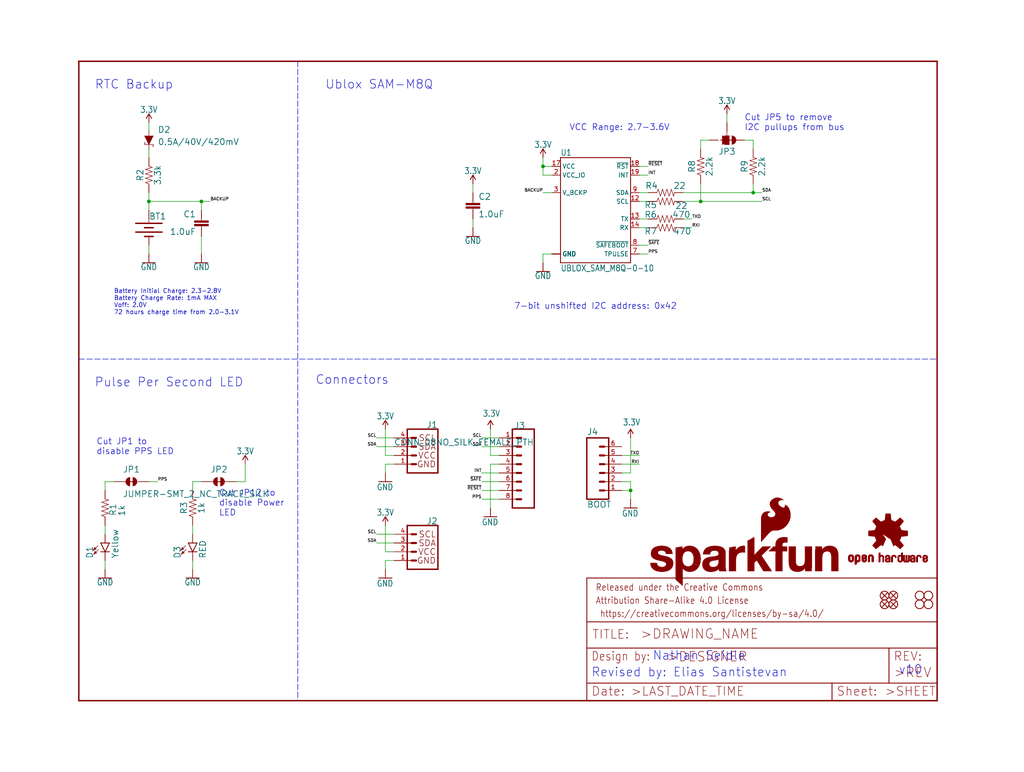
<source format=kicad_sch>
(kicad_sch (version 20211123) (generator eeschema)
  (paper "User" 297.002 223.926)
  (lib_symbols
    (symbol "eagleSchem-eagle-import:1.0UF-0603-16V-10%"
      (property "Reference" "C" (at 1.524 2.921 0))
      (property "Value" "1.0UF-0603-16V-10%" (at 1.524 -2.159 0))
      (symbol "1.0UF-0603-16V-10%_1_0"
        (pin passive line (at 0 5.08 270) (length 2.54) (name "1") (number "1"))
        (pin passive line (at 0 -2.54 90) (length 2.54) (name "2") (number "2"))
      )
    )
    (symbol "eagleSchem-eagle-import:1KOHM-0603-1{slash}10W-1%"
      (property "Reference" "R" (at 0 1.524 0))
      (property "Value" "1KOHM-0603-1{slash}10W-1%" (at 0 -1.524 0))
      (symbol "1KOHM-0603-1{slash}10W-1%_1_0"
        (pin passive line (at -5.08 0 0) (length 2.54) (name "1") (number "1"))
        (pin passive line (at 5.08 0 180) (length 2.54) (name "2") (number "2"))
      )
    )
    (symbol "eagleSchem-eagle-import:2.2KOHM-0603-1{slash}10W-1%"
      (property "Reference" "R" (at 0 1.524 0))
      (property "Value" "2.2KOHM-0603-1{slash}10W-1%" (at 0 -1.524 0))
      (symbol "2.2KOHM-0603-1{slash}10W-1%_1_0"
        (pin passive line (at -5.08 0 0) (length 2.54) (name "1") (number "1"))
        (pin passive line (at 5.08 0 180) (length 2.54) (name "2") (number "2"))
      )
    )
    (symbol "eagleSchem-eagle-import:22OHM-0603-1{slash}10W-1%"
      (property "Reference" "R" (at 0 1.524 0))
      (property "Value" "22OHM-0603-1{slash}10W-1%" (at 0 -1.524 0))
      (symbol "22OHM-0603-1{slash}10W-1%_1_0"
        (pin passive line (at -5.08 0 0) (length 2.54) (name "1") (number "1"))
        (pin passive line (at 5.08 0 180) (length 2.54) (name "2") (number "2"))
      )
    )
    (symbol "eagleSchem-eagle-import:3.3KOHM-0603-1{slash}10W-1%"
      (property "Reference" "R" (at 0 1.524 0))
      (property "Value" "3.3KOHM-0603-1{slash}10W-1%" (at 0 -1.524 0))
      (symbol "3.3KOHM-0603-1{slash}10W-1%_1_0"
        (pin passive line (at -5.08 0 0) (length 2.54) (name "1") (number "1"))
        (pin passive line (at 5.08 0 180) (length 2.54) (name "2") (number "2"))
      )
    )
    (symbol "eagleSchem-eagle-import:3.3V" (power)
      (property "Value" "3.3V" (at 0 2.794 0))
      (symbol "3.3V_1_0"
        (pin power_in line (at 0 0 90) (length 2.54) (name "3.3V") (number "1"))
      )
    )
    (symbol "eagleSchem-eagle-import:470OHM-0603-1{slash}10W-1%"
      (property "Reference" "R" (at 0 1.524 0))
      (property "Value" "470OHM-0603-1{slash}10W-1%" (at 0 -1.524 0))
      (symbol "470OHM-0603-1{slash}10W-1%_1_0"
        (pin passive line (at -5.08 0 0) (length 2.54) (name "1") (number "1"))
        (pin passive line (at 5.08 0 180) (length 2.54) (name "2") (number "2"))
      )
    )
    (symbol "eagleSchem-eagle-import:CONN_06NO_SILK_NO_POP"
      (property "Reference" "J" (at -5.08 10.668 0))
      (property "Value" "CONN_06NO_SILK_NO_POP" (at -5.08 -9.906 0))
      (symbol "CONN_06NO_SILK_NO_POP_1_0"
        (pin passive line (at 5.08 -5.08 180) (length 5.08) (name "1") (number "1"))
        (pin passive line (at 5.08 -2.54 180) (length 5.08) (name "2") (number "2"))
        (pin passive line (at 5.08 0 180) (length 5.08) (name "3") (number "3"))
        (pin passive line (at 5.08 2.54 180) (length 5.08) (name "4") (number "4"))
        (pin passive line (at 5.08 5.08 180) (length 5.08) (name "5") (number "5"))
        (pin passive line (at 5.08 7.62 180) (length 5.08) (name "6") (number "6"))
      )
    )
    (symbol "eagleSchem-eagle-import:CONN_08NO_SILK_FEMALE_PTH"
      (property "Reference" "J" (at -5.08 13.208 0))
      (property "Value" "CONN_08NO_SILK_FEMALE_PTH" (at -5.08 -12.446 0))
      (symbol "CONN_08NO_SILK_FEMALE_PTH_1_0"
        (pin passive line (at 5.08 -7.62 180) (length 5.08) (name "1") (number "1"))
        (pin passive line (at 5.08 -5.08 180) (length 5.08) (name "2") (number "2"))
        (pin passive line (at 5.08 -2.54 180) (length 5.08) (name "3") (number "3"))
        (pin passive line (at 5.08 0 180) (length 5.08) (name "4") (number "4"))
        (pin passive line (at 5.08 2.54 180) (length 5.08) (name "5") (number "5"))
        (pin passive line (at 5.08 5.08 180) (length 5.08) (name "6") (number "6"))
        (pin passive line (at 5.08 7.62 180) (length 5.08) (name "7") (number "7"))
        (pin passive line (at 5.08 10.16 180) (length 5.08) (name "8") (number "8"))
      )
    )
    (symbol "eagleSchem-eagle-import:DIODE-SCHOTTKY-PMEG4005EJ"
      (property "Reference" "D" (at -2.54 2.032 0))
      (property "Value" "DIODE-SCHOTTKY-PMEG4005EJ" (at -2.54 -2.032 0))
      (symbol "DIODE-SCHOTTKY-PMEG4005EJ_1_0"
        (pin passive line (at -2.54 0 0) (length 0) (name "A") (number "A"))
        (pin passive line (at 2.54 0 180) (length 0) (name "C") (number "C"))
      )
    )
    (symbol "eagleSchem-eagle-import:FIDUCIALUFIDUCIAL")
    (symbol "eagleSchem-eagle-import:FRAME-LETTER"
      (symbol "FRAME-LETTER_2_0"
        (text " https://creativecommons.org/licenses/by-sa/4.0/" (at 2.54 24.13 0) (effects (font (size 1.9304 1.6408)) (justify left bottom)))
        (text ">DESIGNER" (at 23.114 11.176 0) (effects (font (size 2.7432 2.7432)) (justify left bottom)))
        (text ">DRAWING_NAME" (at 15.494 17.78 0) (effects (font (size 2.7432 2.7432)) (justify left bottom)))
        (text ">LAST_DATE_TIME" (at 12.7 1.27 0) (effects (font (size 2.54 2.54)) (justify left bottom)))
        (text ">REV" (at 88.9 6.604 0) (effects (font (size 2.7432 2.7432)) (justify left bottom)))
        (text ">SHEET" (at 86.36 1.27 0) (effects (font (size 2.54 2.54)) (justify left bottom)))
        (text "Attribution Share-Alike 4.0 License" (at 2.54 27.94 0) (effects (font (size 1.9304 1.6408)) (justify left bottom)))
        (text "Date:" (at 1.27 1.27 0) (effects (font (size 2.54 2.54)) (justify left bottom)))
        (text "Design by:" (at 1.27 11.43 0) (effects (font (size 2.54 2.159)) (justify left bottom)))
        (text "Released under the Creative Commons" (at 2.54 31.75 0) (effects (font (size 1.9304 1.6408)) (justify left bottom)))
        (text "REV:" (at 88.9 11.43 0) (effects (font (size 2.54 2.54)) (justify left bottom)))
        (text "Sheet:" (at 72.39 1.27 0) (effects (font (size 2.54 2.54)) (justify left bottom)))
        (text "TITLE:" (at 1.524 17.78 0) (effects (font (size 2.54 2.54)) (justify left bottom)))
      )
    )
    (symbol "eagleSchem-eagle-import:GND" (power)
      (property "Value" "GND" (at 0 -0.254 0))
      (symbol "GND_1_0"
        (pin power_in line (at 0 2.54 270) (length 2.54) (name "GND") (number "1"))
      )
    )
    (symbol "eagleSchem-eagle-import:I2C_STANDARDQWIIC"
      (property "Reference" "J" (at -5.08 7.874 0))
      (property "Value" "I2C_STANDARDQWIIC" (at -5.08 -5.334 0))
      (symbol "I2C_STANDARDQWIIC_1_0"
        (text "GND" (at -4.572 -2.54 0) (effects (font (size 1.778 1.778)) (justify left)))
        (text "SCL" (at -4.572 5.08 0) (effects (font (size 1.778 1.778)) (justify left)))
        (text "SDA" (at -4.572 2.54 0) (effects (font (size 1.778 1.778)) (justify left)))
        (text "VCC" (at -4.572 0 0) (effects (font (size 1.778 1.778)) (justify left)))
        (pin power_in line (at 7.62 -2.54 180) (length 5.08) (name "1") (number "1"))
        (pin power_in line (at 7.62 0 180) (length 5.08) (name "2") (number "2"))
        (pin passive line (at 7.62 2.54 180) (length 5.08) (name "3") (number "3"))
        (pin passive line (at 7.62 5.08 180) (length 5.08) (name "4") (number "4"))
      )
    )
    (symbol "eagleSchem-eagle-import:JUMPER-SMT_2_NC_TRACE_SILK"
      (property "Reference" "JP" (at -2.54 2.54 0))
      (property "Value" "JUMPER-SMT_2_NC_TRACE_SILK" (at -2.54 -2.54 0))
      (symbol "JUMPER-SMT_2_NC_TRACE_SILK_1_0"
        (pin passive line (at -5.08 0 0) (length 2.54) (name "1") (number "1"))
        (pin passive line (at 5.08 0 180) (length 2.54) (name "2") (number "2"))
      )
    )
    (symbol "eagleSchem-eagle-import:JUMPER-SMT_3_2-NC_TRACE_SILK"
      (property "Reference" "JP" (at 2.54 0.381 0))
      (property "Value" "JUMPER-SMT_3_2-NC_TRACE_SILK" (at 2.54 -0.381 0))
      (symbol "JUMPER-SMT_3_2-NC_TRACE_SILK_1_0"
        (pin passive line (at 0 5.08 270) (length 2.54) (name "1") (number "1"))
        (pin passive line (at -5.08 0 0) (length 2.54) (name "2") (number "2"))
        (pin passive line (at 0 -5.08 90) (length 2.54) (name "3") (number "3"))
      )
    )
    (symbol "eagleSchem-eagle-import:LED-RED0603"
      (property "Reference" "D" (at -3.429 -4.572 90))
      (property "Value" "LED-RED0603" (at 1.905 -4.572 90))
      (symbol "LED-RED0603_1_0"
        (pin passive line (at 0 2.54 270) (length 2.54) (name "A") (number "A"))
        (pin passive line (at 0 -5.08 90) (length 2.54) (name "C") (number "C"))
      )
    )
    (symbol "eagleSchem-eagle-import:LED-YELLOW0603"
      (property "Reference" "D" (at -3.429 -4.572 90))
      (property "Value" "LED-YELLOW0603" (at 1.905 -4.572 90))
      (symbol "LED-YELLOW0603_1_0"
        (pin passive line (at 0 2.54 270) (length 2.54) (name "A") (number "A"))
        (pin passive line (at 0 -5.08 90) (length 2.54) (name "C") (number "C"))
      )
    )
    (symbol "eagleSchem-eagle-import:ML414H_IV01E_BATTERY"
      (property "Reference" "BT" (at 0 4.318 0))
      (property "Value" "ML414H_IV01E_BATTERY" (at 0 -4.318 0))
      (symbol "ML414H_IV01E_BATTERY_1_0"
        (pin power_in line (at -5.08 0 0) (length 2.54) (name "+") (number "+"))
        (pin power_in line (at 5.08 0 180) (length 2.54) (name "-") (number "-"))
      )
    )
    (symbol "eagleSchem-eagle-import:OSHW-LOGOM")
    (symbol "eagleSchem-eagle-import:SFE_LOGO_NAME_FLAME.2_INCH")
    (symbol "eagleSchem-eagle-import:STAND-OFF")
    (symbol "eagleSchem-eagle-import:UBLOX_SAM_M8Q-0-10"
      (property "Reference" "U" (at -10.16 15.748 0))
      (property "Value" "UBLOX_SAM_M8Q-0-10" (at -10.16 -17.78 0))
      (symbol "UBLOX_SAM_M8Q-0-10_1_0"
        (pin bidirectional line (at -12.7 -12.7 0) (length 2.54) (name "GND") (number "1"))
        (pin bidirectional line (at -12.7 -12.7 0) (length 2.54) (name "GND") (number "10"))
        (pin bidirectional line (at -12.7 -12.7 0) (length 2.54) (name "GND") (number "11"))
        (pin bidirectional line (at 12.7 2.54 180) (length 2.54) (name "SCL") (number "12"))
        (pin bidirectional line (at 12.7 -2.54 180) (length 2.54) (name "TX") (number "13"))
        (pin bidirectional line (at 12.7 -5.08 180) (length 2.54) (name "RX") (number "14"))
        (pin bidirectional line (at -12.7 -12.7 0) (length 2.54) (name "GND") (number "15"))
        (pin bidirectional line (at -12.7 -12.7 0) (length 2.54) (name "GND") (number "16"))
        (pin bidirectional line (at -12.7 12.7 0) (length 2.54) (name "VCC") (number "17"))
        (pin bidirectional line (at 12.7 12.7 180) (length 2.54) (name "~{RST}") (number "18"))
        (pin bidirectional line (at 12.7 10.16 180) (length 2.54) (name "INT") (number "19"))
        (pin bidirectional line (at -12.7 10.16 0) (length 2.54) (name "VCC_IO") (number "2"))
        (pin bidirectional line (at -12.7 -12.7 0) (length 2.54) (name "GND") (number "20"))
        (pin bidirectional line (at -12.7 5.08 0) (length 2.54) (name "V_BCKP") (number "3"))
        (pin bidirectional line (at -12.7 -12.7 0) (length 2.54) (name "GND") (number "4"))
        (pin bidirectional line (at -12.7 -12.7 0) (length 2.54) (name "GND") (number "5"))
        (pin bidirectional line (at -12.7 -12.7 0) (length 2.54) (name "GND") (number "6"))
        (pin bidirectional line (at 12.7 -12.7 180) (length 2.54) (name "TPULSE") (number "7"))
        (pin bidirectional line (at 12.7 -10.16 180) (length 2.54) (name "~{SAFEBOOT}") (number "8"))
        (pin bidirectional line (at 12.7 5.08 180) (length 2.54) (name "SDA") (number "9"))
      )
    )
  )
  (junction (at 58.42 58.42))
  (junction (at 43.18 58.42))
  (junction (at 182.88 142.24))
  (junction (at 157.48 48.26))
  (junction (at 218.44 55.88))
  (junction (at 203.2 58.42))
  (wire (pts (xy 144.78 129.54) (xy 139.7 129.54)))
  (wire (pts (xy 43.18 43.18) (xy 43.18 45.72)))
  (wire (pts (xy 114.3 154.94) (xy 109.22 154.94)))
  (wire (pts (xy 58.42 58.42) (xy 43.18 58.42)))
  (wire (pts (xy 218.44 43.18) (xy 218.44 40.64)))
  (wire (pts (xy 43.18 35.56) (xy 43.18 38.1)))
  (wire (pts (xy 180.34 139.7) (xy 182.88 139.7)))
  (wire (pts (xy 30.48 152.4) (xy 30.48 154.94)))
  (wire (pts (xy 33.02 139.7) (xy 30.48 139.7)))
  (wire (pts (xy 198.12 63.5) (xy 200.66 63.5)))
  (wire (pts (xy 144.78 134.62) (xy 142.24 134.62)))
  (wire (pts (xy 218.44 55.88) (xy 220.98 55.88)))
  (wire (pts (xy 180.34 134.62) (xy 185.42 134.62)))
  (wire (pts (xy 157.48 45.72) (xy 157.48 48.26)))
  (wire (pts (xy 187.96 58.42) (xy 185.42 58.42)))
  (wire (pts (xy 55.88 139.7) (xy 58.42 139.7)))
  (wire (pts (xy 114.3 162.56) (xy 111.76 162.56)))
  (wire (pts (xy 198.12 66.04) (xy 200.66 66.04)))
  (wire (pts (xy 180.34 142.24) (xy 182.88 142.24)))
  (wire (pts (xy 55.88 142.24) (xy 55.88 139.7)))
  (wire (pts (xy 142.24 134.62) (xy 142.24 147.32)))
  (wire (pts (xy 114.3 129.54) (xy 109.22 129.54)))
  (wire (pts (xy 144.78 127) (xy 139.7 127)))
  (wire (pts (xy 185.42 50.8) (xy 187.96 50.8)))
  (wire (pts (xy 43.18 139.7) (xy 45.72 139.7)))
  (wire (pts (xy 43.18 71.12) (xy 43.18 73.66)))
  (wire (pts (xy 144.78 132.08) (xy 142.24 132.08)))
  (wire (pts (xy 30.48 139.7) (xy 30.48 142.24)))
  (wire (pts (xy 185.42 71.12) (xy 187.96 71.12)))
  (wire (pts (xy 114.3 160.02) (xy 111.76 160.02)))
  (wire (pts (xy 218.44 53.34) (xy 218.44 55.88)))
  (wire (pts (xy 180.34 137.16) (xy 182.88 137.16)))
  (wire (pts (xy 144.78 144.78) (xy 139.7 144.78)))
  (wire (pts (xy 58.42 58.42) (xy 60.96 58.42)))
  (wire (pts (xy 144.78 142.24) (xy 139.7 142.24)))
  (wire (pts (xy 218.44 40.64) (xy 215.9 40.64)))
  (wire (pts (xy 203.2 58.42) (xy 220.98 58.42)))
  (wire (pts (xy 182.88 142.24) (xy 182.88 144.78)))
  (wire (pts (xy 157.48 50.8) (xy 157.48 48.26)))
  (wire (pts (xy 114.3 132.08) (xy 111.76 132.08)))
  (wire (pts (xy 157.48 48.26) (xy 160.02 48.26)))
  (wire (pts (xy 160.02 50.8) (xy 157.48 50.8)))
  (wire (pts (xy 58.42 58.42) (xy 58.42 60.96)))
  (wire (pts (xy 55.88 154.94) (xy 55.88 152.4)))
  (wire (pts (xy 43.18 58.42) (xy 43.18 60.96)))
  (wire (pts (xy 185.42 63.5) (xy 187.96 63.5)))
  (wire (pts (xy 157.48 73.66) (xy 157.48 76.2)))
  (wire (pts (xy 160.02 55.88) (xy 157.48 55.88)))
  (wire (pts (xy 111.76 162.56) (xy 111.76 165.1)))
  (wire (pts (xy 30.48 162.56) (xy 30.48 165.1)))
  (polyline (pts (xy 86.36 17.78) (xy 86.36 203.2)))
  (wire (pts (xy 182.88 137.16) (xy 182.88 127)))
  (wire (pts (xy 185.42 48.26) (xy 187.96 48.26)))
  (wire (pts (xy 111.76 132.08) (xy 111.76 124.46)))
  (wire (pts (xy 198.12 58.42) (xy 203.2 58.42)))
  (wire (pts (xy 68.58 139.7) (xy 71.12 139.7)))
  (wire (pts (xy 182.88 139.7) (xy 182.88 142.24)))
  (wire (pts (xy 203.2 40.64) (xy 205.74 40.64)))
  (wire (pts (xy 185.42 66.04) (xy 187.96 66.04)))
  (wire (pts (xy 111.76 160.02) (xy 111.76 152.4)))
  (polyline (pts (xy 22.86 104.14) (xy 271.78 104.14)))
  (wire (pts (xy 137.16 53.34) (xy 137.16 55.88)))
  (wire (pts (xy 144.78 139.7) (xy 139.7 139.7)))
  (wire (pts (xy 114.3 127) (xy 109.22 127)))
  (wire (pts (xy 203.2 43.18) (xy 203.2 40.64)))
  (wire (pts (xy 180.34 132.08) (xy 185.42 132.08)))
  (wire (pts (xy 111.76 134.62) (xy 111.76 137.16)))
  (wire (pts (xy 187.96 55.88) (xy 185.42 55.88)))
  (wire (pts (xy 142.24 132.08) (xy 142.24 124.46)))
  (wire (pts (xy 114.3 134.62) (xy 111.76 134.62)))
  (wire (pts (xy 43.18 55.88) (xy 43.18 58.42)))
  (wire (pts (xy 71.12 139.7) (xy 71.12 134.62)))
  (wire (pts (xy 144.78 137.16) (xy 139.7 137.16)))
  (wire (pts (xy 137.16 66.04) (xy 137.16 63.5)))
  (wire (pts (xy 210.82 33.02) (xy 210.82 35.56)))
  (wire (pts (xy 198.12 55.88) (xy 218.44 55.88)))
  (wire (pts (xy 203.2 53.34) (xy 203.2 58.42)))
  (wire (pts (xy 55.88 165.1) (xy 55.88 162.56)))
  (wire (pts (xy 160.02 73.66) (xy 157.48 73.66)))
  (wire (pts (xy 185.42 73.66) (xy 187.96 73.66)))
  (wire (pts (xy 114.3 157.48) (xy 109.22 157.48)))
  (wire (pts (xy 58.42 68.58) (xy 58.42 73.66)))
  (text "Connectors" (at 91.44 111.76 180) (effects (font (size 2.54 2.54)) (justify left bottom)))
  (text "Battery Initial Charge: 2.3-2.8V\nBattery Charge Rate: 1mA MAX\nVoff: 2.0V\n72 hours charge time from 2.0-3.1V" (at 33.02 91.44 0) (effects (font (size 1.27 1.27)) (justify left bottom)))
  (text "Ublox SAM-M8Q" (at 109.982 24.638 180) (effects (font (size 2.54 2.54))))
  (text "Cut JP1 to\ndisable PPS LED" (at 27.94 132.08 180) (effects (font (size 1.778 1.778)) (justify left bottom)))
  (text "Cut JP5 to remove\nI2C pullups from bus" (at 215.9 38.1 180) (effects (font (size 1.778 1.778)) (justify left bottom)))
  (text "VCC Range: 2.7-3.6V" (at 165.1 38.1 180) (effects (font (size 1.778 1.778)) (justify left bottom)))
  (text "7-bit unshifted I2C address: 0x42" (at 172.72 88.9 180) (effects (font (size 1.778 1.778))))
  (text "RTC Backup" (at 38.862 24.638 180) (effects (font (size 2.54 2.54))))
  (text "v10" (at 260.604 195.834 180) (effects (font (size 2.54 2.54)) (justify left bottom)))
  (text "Pulse Per Second LED" (at 49.022 110.998 180) (effects (font (size 2.54 2.54))))
  (text "Nathan Seidle" (at 189.23 191.77 180) (effects (font (size 2.54 2.54)) (justify left bottom)))
  (text "Cut JP12 to\ndisable Power\nLED" (at 63.5 149.86 180) (effects (font (size 1.778 1.778)) (justify left bottom)))
  (text "Revised by: Elias Santistevan" (at 171.45 196.596 180) (effects (font (size 2.54 2.54)) (justify left bottom)))
  (label "RXI" (at 185.42 134.62 180) (effects (font (size 0.889 0.889))))
  (label "SDA" (at 139.7 129.54 180) (effects (font (size 0.889 0.889))))
  (label "SDA" (at 109.22 129.54 180) (effects (font (size 0.889 0.889))))
  (label "~{SAFE}" (at 187.96 71.12 0) (effects (font (size 0.889 0.889))))
  (label "TXO" (at 200.66 63.5 0) (effects (font (size 0.889 0.889))))
  (label "BACKUP" (at 60.96 58.42 0) (effects (font (size 0.889 0.889))))
  (label "TXO" (at 185.42 132.08 180) (effects (font (size 0.889 0.889))))
  (label "~{SAFE}" (at 139.7 139.7 180) (effects (font (size 0.889 0.889))))
  (label "INT" (at 139.7 137.16 180) (effects (font (size 0.889 0.889))))
  (label "SDA" (at 109.22 157.48 180) (effects (font (size 0.889 0.889))))
  (label "RXI" (at 200.66 66.04 0) (effects (font (size 0.889 0.889))))
  (label "INT" (at 187.96 50.8 0) (effects (font (size 0.889 0.889))))
  (label "~{RESET}" (at 139.7 142.24 180) (effects (font (size 0.889 0.889))))
  (label "PPS" (at 187.96 73.66 0) (effects (font (size 0.889 0.889))))
  (label "~{RESET}" (at 187.96 48.26 0) (effects (font (size 0.889 0.889))))
  (label "SCL" (at 139.7 127 180) (effects (font (size 0.889 0.889))))
  (label "SDA" (at 220.98 55.88 0) (effects (font (size 0.889 0.889))))
  (label "SCL" (at 109.22 154.94 180) (effects (font (size 0.889 0.889))))
  (label "PPS" (at 139.7 144.78 180) (effects (font (size 0.889 0.889))))
  (label "SCL" (at 220.98 58.42 0) (effects (font (size 0.889 0.889))))
  (label "SCL" (at 109.22 127 180) (effects (font (size 0.889 0.889))))
  (label "BACKUP" (at 157.48 55.88 180) (effects (font (size 0.889 0.889))))
  (label "PPS" (at 45.72 139.7 0) (effects (font (size 0.889 0.889))))
  (symbol (lib_id "eagleSchem-eagle-import:22OHM-0603-1{slash}10W-1%") (at 193.04 55.88 0) (unit 1)
    (property "Reference" "R4" (at 188.976 54.864 0) (effects (font (size 1.778 1.778)) (justify bottom)))
    (property "Value" "22" (at 197.104 54.864 0) (effects (font (size 1.778 1.778)) (justify bottom)))
    (property "Footprint" "eagleSchem:0603" (effects hide))
  )
  (symbol (lib_id "eagleSchem-eagle-import:JUMPER-SMT_2_NC_TRACE_SILK") (at 63.5 139.7 0) (unit 1)
    (property "Reference" "JP2" (at 60.96 137.16 0) (effects (font (size 1.778 1.778)) (justify left bottom)))
    (property "Value" "JUMPER-SMT_2_NC_TRACE_SILK" (effects hide))
    (property "Footprint" "eagleSchem:SMT-JUMPER_2_NC_TRACE_SILK" (effects hide))
  )
  (symbol (lib_id "eagleSchem-eagle-import:2.2KOHM-0603-1{slash}10W-1%") (at 203.2 48.26 90) (unit 1)
    (property "Reference" "R8" (at 201.676 48.26 0) (effects (font (size 1.778 1.778)) (justify bottom)))
    (property "Value" "2.2k" (at 204.724 48.26 0) (effects (font (size 1.778 1.778)) (justify top)))
    (property "Footprint" "eagleSchem:0603" (effects hide))
  )
  (symbol (lib_id "eagleSchem-eagle-import:3.3V") (at 210.82 33.02 0) (unit 1)
    (property "Reference" "#SUPPLY9" (effects hide))
    (property "Value" "3.3V" (at 210.82 30.226 0) (effects (font (size 1.778 1.5113)) (justify bottom)))
    (property "Footprint" "eagleSchem:" (effects hide))
  )
  (symbol (lib_id "eagleSchem-eagle-import:3.3V") (at 43.18 35.56 0) (unit 1)
    (property "Reference" "#SUPPLY1" (effects hide))
    (property "Value" "3.3V" (at 43.18 32.766 0) (effects (font (size 1.778 1.5113)) (justify bottom)))
    (property "Footprint" "eagleSchem:" (effects hide))
  )
  (symbol (lib_id "eagleSchem-eagle-import:1.0UF-0603-16V-10%") (at 137.16 60.96 0) (unit 1)
    (property "Reference" "C2" (at 138.684 58.039 0) (effects (font (size 1.778 1.778)) (justify left bottom)))
    (property "Value" "1.0uF" (at 138.684 63.119 0) (effects (font (size 1.778 1.778)) (justify left bottom)))
    (property "Footprint" "eagleSchem:0603" (effects hide))
  )
  (symbol (lib_id "eagleSchem-eagle-import:STAND-OFF") (at 269.24 172.72 0) (unit 1)
    (property "Reference" "H3" (effects hide))
    (property "Value" "STAND-OFF" (effects hide))
    (property "Footprint" "eagleSchem:STAND-OFF" (effects hide))
  )
  (symbol (lib_id "eagleSchem-eagle-import:GND") (at 157.48 78.74 0) (unit 1)
    (property "Reference" "#GND9" (effects hide))
    (property "Value" "GND" (at 157.48 78.994 0) (effects (font (size 1.778 1.5113)) (justify top)))
    (property "Footprint" "eagleSchem:" (effects hide))
  )
  (symbol (lib_id "eagleSchem-eagle-import:GND") (at 43.18 76.2 0) (unit 1)
    (property "Reference" "#GND2" (effects hide))
    (property "Value" "GND" (at 43.18 76.454 0) (effects (font (size 1.778 1.5113)) (justify top)))
    (property "Footprint" "eagleSchem:" (effects hide))
  )
  (symbol (lib_id "eagleSchem-eagle-import:3.3V") (at 111.76 124.46 0) (unit 1)
    (property "Reference" "#SUPPLY3" (effects hide))
    (property "Value" "3.3V" (at 111.76 121.666 0) (effects (font (size 1.778 1.5113)) (justify bottom)))
    (property "Footprint" "eagleSchem:" (effects hide))
  )
  (symbol (lib_id "eagleSchem-eagle-import:FIDUCIALUFIDUCIAL") (at 259.08 172.72 0) (unit 1)
    (property "Reference" "FD3" (effects hide))
    (property "Value" "FIDUCIALUFIDUCIAL" (effects hide))
    (property "Footprint" "eagleSchem:FIDUCIAL-MICRO" (effects hide))
  )
  (symbol (lib_id "eagleSchem-eagle-import:GND") (at 30.48 167.64 0) (unit 1)
    (property "Reference" "#GND1" (effects hide))
    (property "Value" "GND" (at 30.48 167.894 0) (effects (font (size 1.778 1.5113)) (justify top)))
    (property "Footprint" "eagleSchem:" (effects hide))
  )
  (symbol (lib_id "eagleSchem-eagle-import:1KOHM-0603-1{slash}10W-1%") (at 30.48 147.32 90) (unit 1)
    (property "Reference" "R1" (at 33.782 147.828 0) (effects (font (size 1.778 1.778)) (justify bottom)))
    (property "Value" "1k" (at 36.322 148.082 0) (effects (font (size 1.778 1.778)) (justify bottom)))
    (property "Footprint" "eagleSchem:0603" (effects hide))
  )
  (symbol (lib_id "eagleSchem-eagle-import:I2C_STANDARDQWIIC") (at 121.92 160.02 0) (mirror y) (unit 1)
    (property "Reference" "J2" (at 127 152.146 0) (effects (font (size 1.778 1.778)) (justify left bottom)))
    (property "Value" "Qwiic Right Angle" (effects hide))
    (property "Footprint" "eagleSchem:JST04_1MM_RA" (effects hide))
  )
  (symbol (lib_id "eagleSchem-eagle-import:3.3V") (at 137.16 53.34 0) (mirror y) (unit 1)
    (property "Reference" "#SUPPLY5" (effects hide))
    (property "Value" "3.3V" (at 137.16 50.546 0) (effects (font (size 1.778 1.5113)) (justify bottom)))
    (property "Footprint" "eagleSchem:" (effects hide))
  )
  (symbol (lib_id "eagleSchem-eagle-import:3.3V") (at 182.88 127 0) (unit 1)
    (property "Reference" "#SUPPLY8" (effects hide))
    (property "Value" "3.3V" (at 180.594 123.444 0) (effects (font (size 1.778 1.5113)) (justify left bottom)))
    (property "Footprint" "eagleSchem:" (effects hide))
  )
  (symbol (lib_id "eagleSchem-eagle-import:LED-YELLOW0603") (at 30.48 157.48 0) (unit 1)
    (property "Reference" "D1" (at 27.051 162.052 90) (effects (font (size 1.778 1.778)) (justify left bottom)))
    (property "Value" "Yellow" (at 32.385 162.052 90) (effects (font (size 1.778 1.778)) (justify left top)))
    (property "Footprint" "eagleSchem:LED-0603" (effects hide))
  )
  (symbol (lib_id "eagleSchem-eagle-import:I2C_STANDARDQWIIC") (at 121.92 132.08 0) (mirror y) (unit 1)
    (property "Reference" "J1" (at 127 124.206 0) (effects (font (size 1.778 1.778)) (justify left bottom)))
    (property "Value" "Qwiic Right Angle" (effects hide))
    (property "Footprint" "eagleSchem:JST04_1MM_RA" (effects hide))
  )
  (symbol (lib_id "eagleSchem-eagle-import:STAND-OFF") (at 266.7 175.26 0) (unit 1)
    (property "Reference" "H2" (effects hide))
    (property "Value" "STAND-OFF" (effects hide))
    (property "Footprint" "eagleSchem:STAND-OFF" (effects hide))
  )
  (symbol (lib_id "eagleSchem-eagle-import:FIDUCIALUFIDUCIAL") (at 256.54 172.72 270) (unit 1)
    (property "Reference" "FD1" (effects hide))
    (property "Value" "FIDUCIALUFIDUCIAL" (effects hide))
    (property "Footprint" "eagleSchem:FIDUCIAL-MICRO" (effects hide))
  )
  (symbol (lib_id "eagleSchem-eagle-import:JUMPER-SMT_3_2-NC_TRACE_SILK") (at 210.82 40.64 270) (unit 1)
    (property "Reference" "JP3" (at 208.28 44.958 90) (effects (font (size 1.778 1.778)) (justify left bottom)))
    (property "Value" "JUMPER-SMT_3_2-NC_TRACE_SILK" (effects hide))
    (property "Footprint" "eagleSchem:SMT-JUMPER_3_2-NC_TRACE_SILK" (effects hide))
  )
  (symbol (lib_id "eagleSchem-eagle-import:2.2KOHM-0603-1{slash}10W-1%") (at 218.44 48.26 90) (unit 1)
    (property "Reference" "R9" (at 216.916 48.26 0) (effects (font (size 1.778 1.778)) (justify bottom)))
    (property "Value" "2.2k" (at 219.964 48.26 0) (effects (font (size 1.778 1.778)) (justify top)))
    (property "Footprint" "eagleSchem:0603" (effects hide))
  )
  (symbol (lib_id "eagleSchem-eagle-import:LED-RED0603") (at 55.88 157.48 0) (unit 1)
    (property "Reference" "D3" (at 52.451 162.052 90) (effects (font (size 1.778 1.778)) (justify left bottom)))
    (property "Value" "RED" (at 57.785 162.052 90) (effects (font (size 1.778 1.778)) (justify left top)))
    (property "Footprint" "eagleSchem:LED-0603" (effects hide))
  )
  (symbol (lib_id "eagleSchem-eagle-import:22OHM-0603-1{slash}10W-1%") (at 193.04 58.42 0) (unit 1)
    (property "Reference" "R5" (at 188.722 60.452 0) (effects (font (size 1.778 1.778)) (justify bottom)))
    (property "Value" "22" (at 197.612 60.706 0) (effects (font (size 1.778 1.778)) (justify bottom)))
    (property "Footprint" "eagleSchem:0603" (effects hide))
  )
  (symbol (lib_id "eagleSchem-eagle-import:FIDUCIALUFIDUCIAL") (at 259.08 175.26 270) (unit 1)
    (property "Reference" "FD4" (effects hide))
    (property "Value" "FIDUCIALUFIDUCIAL" (effects hide))
    (property "Footprint" "eagleSchem:FIDUCIAL-MICRO" (effects hide))
  )
  (symbol (lib_id "eagleSchem-eagle-import:FRAME-LETTER") (at 22.86 203.2 0) (unit 1)
    (property "Reference" "FRAME1" (effects hide))
    (property "Value" "FRAME-LETTER" (effects hide))
    (property "Footprint" "eagleSchem:CREATIVE_COMMONS" (effects hide))
  )
  (symbol (lib_id "eagleSchem-eagle-import:GND") (at 58.42 76.2 0) (unit 1)
    (property "Reference" "#GND4" (effects hide))
    (property "Value" "GND" (at 58.42 76.454 0) (effects (font (size 1.778 1.5113)) (justify top)))
    (property "Footprint" "eagleSchem:" (effects hide))
  )
  (symbol (lib_id "eagleSchem-eagle-import:3.3V") (at 157.48 45.72 0) (mirror y) (unit 1)
    (property "Reference" "#SUPPLY7" (effects hide))
    (property "Value" "3.3V" (at 157.48 42.926 0) (effects (font (size 1.778 1.5113)) (justify bottom)))
    (property "Footprint" "eagleSchem:" (effects hide))
  )
  (symbol (lib_id "eagleSchem-eagle-import:1KOHM-0603-1{slash}10W-1%") (at 55.88 147.32 90) (unit 1)
    (property "Reference" "R3" (at 54.356 147.32 0) (effects (font (size 1.778 1.778)) (justify bottom)))
    (property "Value" "1k" (at 57.404 147.32 0) (effects (font (size 1.778 1.778)) (justify top)))
    (property "Footprint" "eagleSchem:0603" (effects hide))
  )
  (symbol (lib_id "eagleSchem-eagle-import:FIDUCIALUFIDUCIAL") (at 256.54 175.26 270) (unit 1)
    (property "Reference" "FD2" (effects hide))
    (property "Value" "FIDUCIALUFIDUCIAL" (effects hide))
    (property "Footprint" "eagleSchem:FIDUCIAL-MICRO" (effects hide))
  )
  (symbol (lib_id "eagleSchem-eagle-import:STAND-OFF") (at 269.24 175.26 0) (unit 1)
    (property "Reference" "H4" (effects hide))
    (property "Value" "STAND-OFF" (effects hide))
    (property "Footprint" "eagleSchem:STAND-OFF" (effects hide))
  )
  (symbol (lib_id "eagleSchem-eagle-import:GND") (at 137.16 68.58 0) (unit 1)
    (property "Reference" "#GND7" (effects hide))
    (property "Value" "GND" (at 137.16 68.834 0) (effects (font (size 1.778 1.5113)) (justify top)))
    (property "Footprint" "eagleSchem:" (effects hide))
  )
  (symbol (lib_id "eagleSchem-eagle-import:SFE_LOGO_NAME_FLAME.2_INCH") (at 187.96 170.18 0) (unit 1)
    (property "Reference" "LOGO1" (effects hide))
    (property "Value" "SFE_LOGO_NAME_FLAME.2_INCH" (effects hide))
    (property "Footprint" "eagleSchem:SFE_LOGO_NAME_FLAME_.2" (effects hide))
  )
  (symbol (lib_id "eagleSchem-eagle-import:470OHM-0603-1{slash}10W-1%") (at 193.04 63.5 0) (unit 1)
    (property "Reference" "R6" (at 188.722 63.246 0) (effects (font (size 1.778 1.778)) (justify bottom)))
    (property "Value" "470" (at 197.612 63.246 0) (effects (font (size 1.778 1.778)) (justify bottom)))
    (property "Footprint" "eagleSchem:0603" (effects hide))
  )
  (symbol (lib_id "eagleSchem-eagle-import:OSHW-LOGOM") (at 257.556 154.686 0) (unit 1)
    (property "Reference" "LOGO2" (effects hide))
    (property "Value" "OSHW-LOGOM" (effects hide))
    (property "Footprint" "eagleSchem:OSHW-LOGO-M" (effects hide))
  )
  (symbol (lib_id "eagleSchem-eagle-import:JUMPER-SMT_2_NC_TRACE_SILK") (at 38.1 139.7 0) (unit 1)
    (property "Reference" "JP1" (at 35.56 137.16 0) (effects (font (size 1.778 1.778)) (justify left bottom)))
    (property "Value" "JUMPER-SMT_2_NC_TRACE_SILK" (at 35.56 142.24 0) (effects (font (size 1.778 1.778)) (justify left top)))
    (property "Footprint" "eagleSchem:SMT-JUMPER_2_NC_TRACE_SILK" (effects hide))
  )
  (symbol (lib_id "eagleSchem-eagle-import:3.3KOHM-0603-1{slash}10W-1%") (at 43.18 50.8 90) (unit 1)
    (property "Reference" "R2" (at 41.656 50.8 0) (effects (font (size 1.778 1.778)) (justify bottom)))
    (property "Value" "3.3k" (at 44.704 50.8 0) (effects (font (size 1.778 1.778)) (justify top)))
    (property "Footprint" "eagleSchem:0603" (effects hide))
  )
  (symbol (lib_id "eagleSchem-eagle-import:ML414H_IV01E_BATTERY") (at 43.18 66.04 270) (unit 1)
    (property "Reference" "BT1" (at 45.72 63.754 90) (effects (font (size 1.778 1.778)) (justify bottom)))
    (property "Value" "6.8MM_COIN_CELL" (effects hide))
    (property "Footprint" "eagleSchem:ML414H_IV01E" (effects hide))
  )
  (symbol (lib_id "eagleSchem-eagle-import:GND") (at 182.88 147.32 0) (unit 1)
    (property "Reference" "#GND10" (effects hide))
    (property "Value" "GND" (at 180.34 149.86 0) (effects (font (size 1.778 1.5113)) (justify left bottom)))
    (property "Footprint" "eagleSchem:" (effects hide))
  )
  (symbol (lib_id "eagleSchem-eagle-import:3.3V") (at 71.12 134.62 0) (unit 1)
    (property "Reference" "#SUPPLY2" (effects hide))
    (property "Value" "3.3V" (at 71.12 131.826 0) (effects (font (size 1.778 1.5113)) (justify bottom)))
    (property "Footprint" "eagleSchem:" (effects hide))
  )
  (symbol (lib_id "eagleSchem-eagle-import:GND") (at 55.88 167.64 0) (unit 1)
    (property "Reference" "#GND3" (effects hide))
    (property "Value" "GND" (at 55.88 167.894 0) (effects (font (size 1.778 1.5113)) (justify top)))
    (property "Footprint" "eagleSchem:" (effects hide))
  )
  (symbol (lib_id "eagleSchem-eagle-import:STAND-OFF") (at 266.7 172.72 0) (unit 1)
    (property "Reference" "H1" (effects hide))
    (property "Value" "STAND-OFF" (effects hide))
    (property "Footprint" "eagleSchem:STAND-OFF" (effects hide))
  )
  (symbol (lib_id "eagleSchem-eagle-import:GND") (at 142.24 149.86 0) (unit 1)
    (property "Reference" "#GND8" (effects hide))
    (property "Value" "GND" (at 139.7 152.4 0) (effects (font (size 1.778 1.5113)) (justify left bottom)))
    (property "Footprint" "eagleSchem:" (effects hide))
  )
  (symbol (lib_id "eagleSchem-eagle-import:3.3V") (at 142.24 124.46 0) (unit 1)
    (property "Reference" "#SUPPLY6" (effects hide))
    (property "Value" "3.3V" (at 139.954 120.904 0) (effects (font (size 1.778 1.5113)) (justify left bottom)))
    (property "Footprint" "eagleSchem:" (effects hide))
  )
  (symbol (lib_id "eagleSchem-eagle-import:GND") (at 111.76 139.7 0) (unit 1)
    (property "Reference" "#GND5" (effects hide))
    (property "Value" "GND" (at 109.22 142.24 0) (effects (font (size 1.778 1.5113)) (justify left bottom)))
    (property "Footprint" "eagleSchem:" (effects hide))
  )
  (symbol (lib_id "eagleSchem-eagle-import:CONN_06NO_SILK_NO_POP") (at 175.26 137.16 0) (unit 1)
    (property "Reference" "J4" (at 170.18 126.238 0) (effects (font (size 1.778 1.778)) (justify left bottom)))
    (property "Value" "BOOT" (at 170.18 147.32 0) (effects (font (size 1.778 1.778)) (justify left bottom)))
    (property "Footprint" "eagleSchem:1X06_NO_SILK" (effects hide))
  )
  (symbol (lib_id "eagleSchem-eagle-import:470OHM-0603-1{slash}10W-1%") (at 193.04 66.04 0) (unit 1)
    (property "Reference" "R7" (at 188.722 68.072 0) (effects (font (size 1.778 1.778)) (justify bottom)))
    (property "Value" "470" (at 197.866 68.072 0) (effects (font (size 1.778 1.778)) (justify bottom)))
    (property "Footprint" "eagleSchem:0603" (effects hide))
  )
  (symbol (lib_id "eagleSchem-eagle-import:GND") (at 111.76 167.64 0) (unit 1)
    (property "Reference" "#GND6" (effects hide))
    (property "Value" "GND" (at 109.22 170.18 0) (effects (font (size 1.778 1.5113)) (justify left bottom)))
    (property "Footprint" "eagleSchem:" (effects hide))
  )
  (symbol (lib_id "eagleSchem-eagle-import:DIODE-SCHOTTKY-PMEG4005EJ") (at 43.18 40.64 270) (unit 1)
    (property "Reference" "D2" (at 45.72 38.608 90) (effects (font (size 1.778 1.778)) (justify left bottom)))
    (property "Value" "0.5A/40V/420mV" (at 45.72 40.132 90) (effects (font (size 1.778 1.778)) (justify left top)))
    (property "Footprint" "eagleSchem:SOD-323" (effects hide))
  )
  (symbol (lib_id "eagleSchem-eagle-import:CONN_08NO_SILK_FEMALE_PTH") (at 149.86 134.62 180) (unit 1)
    (property "Reference" "J3" (at 152.4 122.428 0) (effects (font (size 1.778 1.778)) (justify left bottom)))
    (property "Value" "CONN_08NO_SILK_FEMALE_PTH" (at 154.94 127.254 0) (effects (font (size 1.778 1.778)) (justify left bottom)))
    (property "Footprint" "eagleSchem:1X08_NO_SILK" (effects hide))
  )
  (symbol (lib_id "eagleSchem-eagle-import:UBLOX_SAM_M8Q-0-10") (at 172.72 60.96 0) (unit 1)
    (property "Reference" "U1" (at 162.56 45.212 0) (effects (font (size 1.778 1.5113)) (justify left bottom)))
    (property "Value" "UBLOX_SAM_M8Q-0-10" (at 162.56 78.74 0) (effects (font (size 1.778 1.5113)) (justify left bottom)))
    (property "Footprint" "eagleSchem:SAM-M8Q" (effects hide))
  )
  (symbol (lib_id "eagleSchem-eagle-import:1.0UF-0603-16V-10%") (at 58.42 66.04 0) (mirror y) (unit 1)
    (property "Reference" "C1" (at 56.896 63.119 0) (effects (font (size 1.778 1.778)) (justify left bottom)))
    (property "Value" "1.0uF" (at 56.896 68.199 0) (effects (font (size 1.778 1.778)) (justify left bottom)))
    (property "Footprint" "eagleSchem:0603" (effects hide))
  )
  (symbol (lib_id "eagleSchem-eagle-import:3.3V") (at 111.76 152.4 0) (unit 1)
    (property "Reference" "#SUPPLY4" (effects hide))
    (property "Value" "3.3V" (at 111.76 149.606 0) (effects (font (size 1.778 1.5113)) (justify bottom)))
    (property "Footprint" "eagleSchem:" (effects hide))
  )
  (symbol (lib_id "eagleSchem-eagle-import:FRAME-LETTER") (at 170.18 203.2 0) (unit 2)
    (property "Reference" "FRAME1" (effects hide))
    (property "Value" "FRAME-LETTER" (effects hide))
    (property "Footprint" "eagleSchem:CREATIVE_COMMONS" (effects hide))
  )
)
</source>
